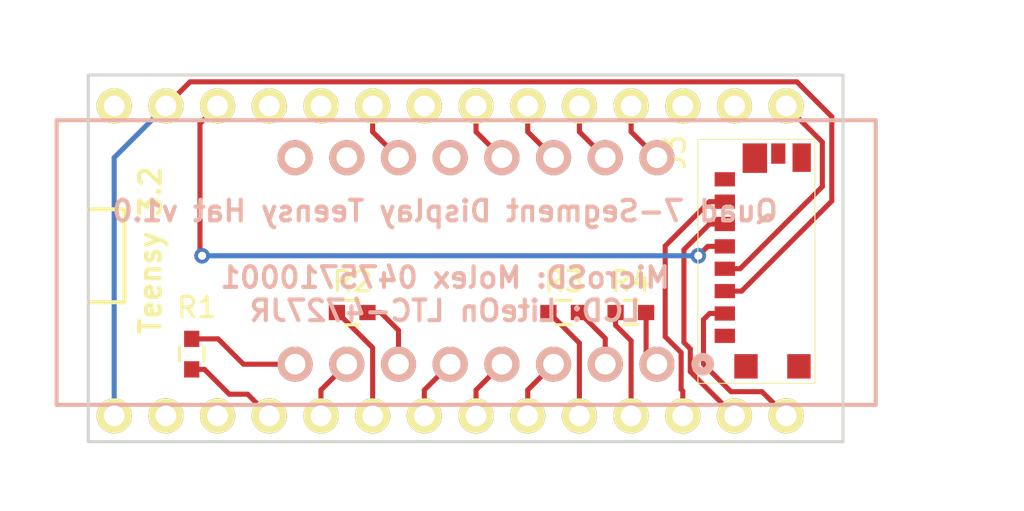
<source format=kicad_pcb>
(kicad_pcb (version 20171130) (host pcbnew "(5.1.12)-1")

  (general
    (thickness 1.6)
    (drawings 11)
    (tracks 89)
    (zones 0)
    (modules 7)
    (nets 24)
  )

  (page A4)
  (layers
    (0 F.Cu signal)
    (31 B.Cu signal)
    (32 B.Adhes user)
    (33 F.Adhes user hide)
    (34 B.Paste user)
    (35 F.Paste user)
    (36 B.SilkS user)
    (37 F.SilkS user)
    (38 B.Mask user)
    (39 F.Mask user)
    (40 Dwgs.User user hide)
    (41 Cmts.User user hide)
    (42 Eco1.User user hide)
    (43 Eco2.User user hide)
    (44 Edge.Cuts user)
    (45 Margin user hide)
    (46 B.CrtYd user)
    (47 F.CrtYd user)
    (48 B.Fab user)
    (49 F.Fab user)
  )

  (setup
    (last_trace_width 0.25)
    (user_trace_width 0.1524)
    (user_trace_width 0.254)
    (user_trace_width 0.3302)
    (user_trace_width 0.508)
    (user_trace_width 0.762)
    (user_trace_width 1.27)
    (trace_clearance 0.2)
    (zone_clearance 0.508)
    (zone_45_only no)
    (trace_min 0.1524)
    (via_size 0.762)
    (via_drill 0.4)
    (via_min_size 0.6858)
    (via_min_drill 0.3302)
    (user_via 0.6858 0.3302)
    (user_via 0.762 0.4064)
    (user_via 0.8636 0.508)
    (uvia_size 0.3)
    (uvia_drill 0.1)
    (uvias_allowed no)
    (uvia_min_size 0)
    (uvia_min_drill 0)
    (edge_width 0.15)
    (segment_width 0.2)
    (pcb_text_width 0.3)
    (pcb_text_size 1.5 1.5)
    (mod_edge_width 0.15)
    (mod_text_size 1 1)
    (mod_text_width 0.15)
    (pad_size 1.7272 1.7272)
    (pad_drill 1.016)
    (pad_to_mask_clearance 0.0762)
    (aux_axis_origin 0 0)
    (visible_elements 7FFFFFFF)
    (pcbplotparams
      (layerselection 0x310fc_80000001)
      (usegerberextensions true)
      (usegerberattributes true)
      (usegerberadvancedattributes true)
      (creategerberjobfile true)
      (excludeedgelayer true)
      (linewidth 0.100000)
      (plotframeref false)
      (viasonmask false)
      (mode 1)
      (useauxorigin false)
      (hpglpennumber 1)
      (hpglpenspeed 20)
      (hpglpendiameter 15.000000)
      (psnegative false)
      (psa4output false)
      (plotreference true)
      (plotvalue true)
      (plotinvisibletext false)
      (padsonsilk false)
      (subtractmaskfromsilk false)
      (outputformat 1)
      (mirror false)
      (drillshape 0)
      (scaleselection 1)
      (outputdirectory "gerbers"))
  )

  (net 0 "")
  (net 1 GND)
  (net 2 /SD_CS)
  (net 3 /MOSI)
  (net 4 /MISO)
  (net 5 +3V3)
  (net 6 /SCLK)
  (net 7 "Net-(LED1-Pad1)")
  (net 8 "Net-(LED1-Pad2)")
  (net 9 "Net-(LED1-Pad6)")
  (net 10 "Net-(LED1-Pad8)")
  (net 11 /DIGIT4)
  (net 12 /DP)
  (net 13 /DIGIT3)
  (net 14 /E)
  (net 15 /L)
  (net 16 /D)
  (net 17 /DIGIT2)
  (net 18 /DIGIT1)
  (net 19 /B)
  (net 20 /A)
  (net 21 /G)
  (net 22 /F)
  (net 23 /C)

  (net_class Default "This is the default net class."
    (clearance 0.2)
    (trace_width 0.25)
    (via_dia 0.762)
    (via_drill 0.4)
    (uvia_dia 0.3)
    (uvia_drill 0.1)
    (add_net +3V3)
    (add_net /A)
    (add_net /B)
    (add_net /C)
    (add_net /D)
    (add_net /DIGIT1)
    (add_net /DIGIT2)
    (add_net /DIGIT3)
    (add_net /DIGIT4)
    (add_net /DP)
    (add_net /E)
    (add_net /F)
    (add_net /G)
    (add_net /L)
    (add_net /MISO)
    (add_net /MOSI)
    (add_net /SCLK)
    (add_net /SD_CS)
    (add_net GND)
    (add_net "Net-(LED1-Pad1)")
    (add_net "Net-(LED1-Pad2)")
    (add_net "Net-(LED1-Pad6)")
    (add_net "Net-(LED1-Pad8)")
  )

  (module Wickerlib:TEENSY-3.2-SIMPLE (layer F.Cu) (tedit 57B4E190) (tstamp 57B4E7E3)
    (at 129.286 80.772 90)
    (path /57B6381A)
    (fp_text reference J1 (at -2 0 90) (layer F.Fab)
      (effects (font (size 1 1) (thickness 0.15)))
    )
    (fp_text value TEENSY3.2-72MHz-SIMPLE (at -2.54 20.32 90) (layer F.Fab) hide
      (effects (font (size 1 1) (thickness 0.15)))
    )
    (fp_line (start 6.35 24.13) (end 6.35 -11.43) (layer F.CrtYd) (width 0.1524))
    (fp_line (start 6.35 -11.43) (end -11.43 -11.43) (layer F.CrtYd) (width 0.1524))
    (fp_line (start -11.43 -11.43) (end -11.43 24.13) (layer F.CrtYd) (width 0.1524))
    (fp_line (start -11.43 24.13) (end 6.35 24.13) (layer F.CrtYd) (width 0.1524))
    (fp_line (start 6.5 24) (end 6.5 -11.5) (layer F.Fab) (width 0.05))
    (fp_line (start 6.5 -11.5) (end -11.5 -11.5) (layer F.Fab) (width 0.05))
    (fp_line (start -11.5 -11.5) (end -11.5 24) (layer F.Fab) (width 0.05))
    (fp_line (start -11.5 24) (end 6.5 24) (layer F.Fab) (width 0.05))
    (fp_line (start -4.5 -11.5) (end -4.5 -9.5) (layer F.Fab) (width 0.05))
    (fp_line (start -4.5 -9.5) (end 0 -9.5) (layer F.Fab) (width 0.05))
    (fp_line (start 0 -9.5) (end 0 -11.5) (layer F.Fab) (width 0.05))
    (fp_text user %R (at 2.794 17.272 90) (layer F.SilkS) hide
      (effects (font (size 1 1) (thickness 0.15)))
    )
    (pad G1 thru_hole circle (at -10.16 -10.16 90) (size 1.7272 1.7272) (drill 1.016) (layers *.Cu *.Mask F.SilkS)
      (net 1 GND))
    (pad 0 thru_hole circle (at -10.16 -7.62 90) (size 1.7272 1.7272) (drill 1.016) (layers *.Cu *.Mask F.SilkS))
    (pad 1 thru_hole circle (at -10.16 -5.08 90) (size 1.7272 1.7272) (drill 1.016) (layers *.Cu *.Mask F.SilkS))
    (pad 2 thru_hole circle (at -10.16 -2.54 90) (size 1.7272 1.7272) (drill 1.016) (layers *.Cu *.Mask F.SilkS)
      (net 11 /DIGIT4))
    (pad 3 thru_hole circle (at -10.16 0 90) (size 1.7272 1.7272) (drill 1.016) (layers *.Cu *.Mask F.SilkS)
      (net 12 /DP))
    (pad 4 thru_hole circle (at -10.16 2.54 90) (size 1.7272 1.7272) (drill 1.016) (layers *.Cu *.Mask F.SilkS)
      (net 13 /DIGIT3))
    (pad 5 thru_hole circle (at -10.16 5.08 90) (size 1.7272 1.7272) (drill 1.016) (layers *.Cu *.Mask F.SilkS)
      (net 14 /E))
    (pad 6 thru_hole circle (at -10.16 7.62 90) (size 1.7272 1.7272) (drill 1.016) (layers *.Cu *.Mask F.SilkS)
      (net 15 /L))
    (pad 7 thru_hole circle (at -10.16 10.16 90) (size 1.7272 1.7272) (drill 1.016) (layers *.Cu *.Mask F.SilkS)
      (net 16 /D))
    (pad 8 thru_hole circle (at -10.16 12.7 90) (size 1.7272 1.7272) (drill 1.016) (layers *.Cu *.Mask F.SilkS)
      (net 17 /DIGIT2))
    (pad 9 thru_hole circle (at -10.16 15.24 90) (size 1.7272 1.7272) (drill 1.016) (layers *.Cu *.Mask F.SilkS)
      (net 18 /DIGIT1))
    (pad 10 thru_hole circle (at -10.16 17.78 90) (size 1.7272 1.7272) (drill 1.016) (layers *.Cu *.Mask F.SilkS)
      (net 2 /SD_CS))
    (pad 11 thru_hole circle (at -10.16 20.32 90) (size 1.7272 1.7272) (drill 1.016) (layers *.Cu *.Mask F.SilkS)
      (net 3 /MOSI))
    (pad 12 thru_hole circle (at -10.16 22.86 90) (size 1.7272 1.7272) (drill 1.016) (layers *.Cu *.Mask F.SilkS)
      (net 4 /MISO))
    (pad 13 thru_hole circle (at 5.08 22.86 90) (size 1.7272 1.7272) (drill 1.016) (layers *.Cu *.Mask F.SilkS)
      (net 6 /SCLK))
    (pad 16 thru_hole circle (at 5.08 15.24 90) (size 1.7272 1.7272) (drill 1.016) (layers *.Cu *.Mask F.SilkS)
      (net 19 /B))
    (pad 3V2 thru_hole circle (at 5.08 -5.08 90) (size 1.7272 1.7272) (drill 1.016) (layers *.Cu *.Mask F.SilkS)
      (net 5 +3V3))
    (pad 18 thru_hole circle (at 5.08 10.16 90) (size 1.7272 1.7272) (drill 1.016) (layers *.Cu *.Mask F.SilkS)
      (net 20 /A))
    (pad 17 thru_hole circle (at 5.08 12.7 90) (size 1.7272 1.7272) (drill 1.016) (layers *.Cu *.Mask F.SilkS)
      (net 21 /G))
    (pad AG thru_hole circle (at 5.08 -7.62 90) (size 1.7272 1.7272) (drill 1.016) (layers *.Cu *.Mask F.SilkS)
      (net 1 GND))
    (pad 22 thru_hole circle (at 5.08 0 90) (size 1.7272 1.7272) (drill 1.016) (layers *.Cu *.Mask F.SilkS))
    (pad VIN thru_hole circle (at 5.08 -10.16 90) (size 1.7272 1.7272) (drill 1.016) (layers *.Cu *.Mask F.SilkS))
    (pad 21 thru_hole circle (at 5.08 2.54 90) (size 1.7272 1.7272) (drill 1.016) (layers *.Cu *.Mask F.SilkS)
      (net 22 /F))
    (pad 20 thru_hole circle (at 5.08 5.08 90) (size 1.7272 1.7272) (drill 1.016) (layers *.Cu *.Mask F.SilkS))
    (pad 19 thru_hole circle (at 5.08 7.62 90) (size 1.7272 1.7272) (drill 1.016) (layers *.Cu *.Mask F.SilkS)
      (net 23 /C))
    (pad 23 thru_hole circle (at 5.08 -2.54 90) (size 1.7272 1.7272) (drill 1.016) (layers *.Cu *.Mask F.SilkS))
    (pad 14 thru_hole circle (at 5.08 20.32 90) (size 1.7272 1.7272) (drill 1.016) (layers *.Cu *.Mask F.SilkS))
    (pad 15 thru_hole circle (at 5.08 17.78 90) (size 1.7272 1.7272) (drill 1.016) (layers *.Cu *.Mask F.SilkS))
  )

  (module Wickerlib:CONN-SD-MICRO-MOLEX-0475710001 (layer F.Cu) (tedit 57958DF9) (tstamp 57B4E178)
    (at 147.808 83.0834 90)
    (path /57AFAD27)
    (fp_text reference J3 (at 0 3.25 90) (layer F.Fab)
      (effects (font (size 1 1) (thickness 0.15)))
    )
    (fp_text value MICRO-SD (at 4 6.25 90) (layer F.Fab) hide
      (effects (font (size 0.4 0.4) (thickness 0.03)))
    )
    (fp_line (start -6.096 0.0254) (end 5.588 0.0254) (layer F.Fab) (width 0.05))
    (fp_line (start 5.588 0.0254) (end 5.588 5.588) (layer F.Fab) (width 0.05))
    (fp_line (start -6.096 0.0254) (end -6.096 5.588) (layer F.Fab) (width 0.05))
    (fp_line (start -6.096 5.588) (end 5.588 5.588) (layer F.Fab) (width 0.05))
    (fp_line (start -6.5 -0.25) (end 6 -0.25) (layer F.CrtYd) (width 0.05))
    (fp_line (start 6 -0.25) (end 6 16) (layer F.CrtYd) (width 0.05))
    (fp_line (start -6.5 -0.25) (end -6.5 16) (layer F.CrtYd) (width 0.05))
    (fp_line (start -6.5 16) (end 6 16) (layer F.CrtYd) (width 0.05))
    (fp_line (start 5.75 0) (end 5.75 5.75) (layer F.SilkS) (width 0.05))
    (fp_line (start 5.75 5.75) (end -6.25 5.75) (layer F.SilkS) (width 0.05))
    (fp_line (start -6.25 5.75) (end -6.25 0) (layer F.SilkS) (width 0.05))
    (fp_line (start -6.25 0) (end 5.75 0) (layer F.SilkS) (width 0.05))
    (fp_text user %R (at 5.1054 -1.1243 90) (layer F.SilkS)
      (effects (font (size 1 1) (thickness 0.15)))
    )
    (pad G5 smd rect (at 4.8514 5.1 90) (size 1.4 0.9) (layers F.Cu F.Paste F.Mask))
    (pad G2 smd rect (at -5.4135 4.9635 90) (size 1.2 1.15) (layers F.Cu F.Paste F.Mask))
    (pad G3 smd rect (at 4.8264 2.8 90) (size 1.45 1.2) (layers F.Cu F.Paste F.Mask))
    (pad G1 smd rect (at -5.4135 2.3635 90) (size 1.2 1.15) (layers F.Cu F.Paste F.Mask))
    (pad 7 smd rect (at -2.8135 1.3235 90) (size 0.7 1) (layers F.Cu F.Paste F.Mask)
      (net 4 /MISO))
    (pad 8 smd rect (at -3.9135 1.3235 90) (size 0.7 1) (layers F.Cu F.Paste F.Mask))
    (pad 6 smd rect (at -1.7135 1.3235 90) (size 0.7 1) (layers F.Cu F.Paste F.Mask)
      (net 1 GND))
    (pad 5 smd rect (at -0.6135 1.3235 90) (size 0.7 1) (layers F.Cu F.Paste F.Mask)
      (net 6 /SCLK))
    (pad 4 smd rect (at 0.4865 1.3235 90) (size 0.7 1) (layers F.Cu F.Paste F.Mask)
      (net 5 +3V3))
    (pad 1 smd rect (at 3.7865 1.3235 90) (size 0.7 1) (layers F.Cu F.Paste F.Mask))
    (pad 2 smd rect (at 2.6865 1.3235 90) (size 0.7 1) (layers F.Cu F.Paste F.Mask)
      (net 2 /SD_CS))
    (pad 3 smd rect (at 1.5865 1.3235 90) (size 0.7 1) (layers F.Cu F.Paste F.Mask)
      (net 3 /MOSI))
    (pad G4 smd rect (at 5.0514 3.95 90) (size 1 0.7) (layers F.Cu F.Paste F.Mask))
  )

  (module Wickerlib:RLC-0603-SMD (layer F.Cu) (tedit 579029AB) (tstamp 57B4EA43)
    (at 122.936 87.896 90)
    (descr "Capacitor SMD RLC-0603-SMD, reflow soldering, AVX (see smccp.pdf)")
    (tags "capacitor RLC-0603-SMD")
    (path /57B69AAC)
    (attr smd)
    (fp_text reference R1 (at 0.09 0.04 90) (layer F.Fab)
      (effects (font (size 0.8 0.8) (thickness 0.15)))
    )
    (fp_text value 470 (at 0 1.9 90) (layer F.Fab) hide
      (effects (font (size 1 1) (thickness 0.15)))
    )
    (fp_line (start -1.45 0.75) (end 1.45 0.75) (layer F.Fab) (width 0.05))
    (fp_line (start 1.45 -0.75) (end 1.45 0.75) (layer F.Fab) (width 0.05))
    (fp_line (start -1.45 -0.75) (end -1.45 0.75) (layer F.Fab) (width 0.05))
    (fp_line (start -1.45 -0.75) (end 1.45 -0.75) (layer F.CrtYd) (width 0.05))
    (fp_line (start 0.35 0.6) (end -0.35 0.6) (layer F.SilkS) (width 0.15))
    (fp_line (start -0.35 -0.6) (end 0.35 -0.6) (layer F.SilkS) (width 0.15))
    (fp_line (start 1.45 -0.75) (end 1.45 0.75) (layer F.CrtYd) (width 0.05))
    (fp_line (start -1.45 -0.75) (end -1.45 0.75) (layer F.CrtYd) (width 0.05))
    (fp_line (start -1.45 0.75) (end 1.45 0.75) (layer F.CrtYd) (width 0.05))
    (fp_line (start -1.45 -0.75) (end 1.45 -0.75) (layer F.Fab) (width 0.05))
    (fp_text user %R (at 2.298 0.254 180) (layer F.SilkS)
      (effects (font (size 1 1) (thickness 0.15)))
    )
    (pad 1 smd rect (at -0.75 0 90) (size 0.8 0.75) (layers F.Cu F.Paste F.Mask)
      (net 11 /DIGIT4))
    (pad 2 smd rect (at 0.75 0 90) (size 0.8 0.75) (layers F.Cu F.Paste F.Mask)
      (net 10 "Net-(LED1-Pad8)"))
  )

  (module Wickerlib:RLC-0603-SMD (layer F.Cu) (tedit 579029AB) (tstamp 57B4EA49)
    (at 130.822 85.852)
    (descr "Capacitor SMD RLC-0603-SMD, reflow soldering, AVX (see smccp.pdf)")
    (tags "capacitor RLC-0603-SMD")
    (path /57B69A42)
    (attr smd)
    (fp_text reference R2 (at 0.09 0.04) (layer F.Fab)
      (effects (font (size 0.8 0.8) (thickness 0.15)))
    )
    (fp_text value 470 (at 0 1.9) (layer F.Fab) hide
      (effects (font (size 1 1) (thickness 0.15)))
    )
    (fp_line (start -1.45 0.75) (end 1.45 0.75) (layer F.Fab) (width 0.05))
    (fp_line (start 1.45 -0.75) (end 1.45 0.75) (layer F.Fab) (width 0.05))
    (fp_line (start -1.45 -0.75) (end -1.45 0.75) (layer F.Fab) (width 0.05))
    (fp_line (start -1.45 -0.75) (end 1.45 -0.75) (layer F.CrtYd) (width 0.05))
    (fp_line (start 0.35 0.6) (end -0.35 0.6) (layer F.SilkS) (width 0.15))
    (fp_line (start -0.35 -0.6) (end 0.35 -0.6) (layer F.SilkS) (width 0.15))
    (fp_line (start 1.45 -0.75) (end 1.45 0.75) (layer F.CrtYd) (width 0.05))
    (fp_line (start -1.45 -0.75) (end -1.45 0.75) (layer F.CrtYd) (width 0.05))
    (fp_line (start -1.45 0.75) (end 1.45 0.75) (layer F.CrtYd) (width 0.05))
    (fp_line (start -1.45 -0.75) (end 1.45 -0.75) (layer F.Fab) (width 0.05))
    (fp_text user %R (at 0.012 -1.524) (layer F.SilkS)
      (effects (font (size 1 1) (thickness 0.15)))
    )
    (pad 1 smd rect (at -0.75 0) (size 0.8 0.75) (layers F.Cu F.Paste F.Mask)
      (net 13 /DIGIT3))
    (pad 2 smd rect (at 0.75 0) (size 0.8 0.75) (layers F.Cu F.Paste F.Mask)
      (net 9 "Net-(LED1-Pad6)"))
  )

  (module Wickerlib:RLC-0603-SMD (layer F.Cu) (tedit 579029AB) (tstamp 57B4EA4F)
    (at 141.212 85.852)
    (descr "Capacitor SMD RLC-0603-SMD, reflow soldering, AVX (see smccp.pdf)")
    (tags "capacitor RLC-0603-SMD")
    (path /57B69A03)
    (attr smd)
    (fp_text reference R3 (at 0.09 0.04) (layer F.Fab)
      (effects (font (size 0.8 0.8) (thickness 0.15)))
    )
    (fp_text value 470 (at 0 1.9) (layer F.Fab) hide
      (effects (font (size 1 1) (thickness 0.15)))
    )
    (fp_line (start -1.45 0.75) (end 1.45 0.75) (layer F.Fab) (width 0.05))
    (fp_line (start 1.45 -0.75) (end 1.45 0.75) (layer F.Fab) (width 0.05))
    (fp_line (start -1.45 -0.75) (end -1.45 0.75) (layer F.Fab) (width 0.05))
    (fp_line (start -1.45 -0.75) (end 1.45 -0.75) (layer F.CrtYd) (width 0.05))
    (fp_line (start 0.35 0.6) (end -0.35 0.6) (layer F.SilkS) (width 0.15))
    (fp_line (start -0.35 -0.6) (end 0.35 -0.6) (layer F.SilkS) (width 0.15))
    (fp_line (start 1.45 -0.75) (end 1.45 0.75) (layer F.CrtYd) (width 0.05))
    (fp_line (start -1.45 -0.75) (end -1.45 0.75) (layer F.CrtYd) (width 0.05))
    (fp_line (start -1.45 0.75) (end 1.45 0.75) (layer F.CrtYd) (width 0.05))
    (fp_line (start -1.45 -0.75) (end 1.45 -0.75) (layer F.Fab) (width 0.05))
    (fp_text user %R (at 0.012 -1.524) (layer F.SilkS)
      (effects (font (size 1 1) (thickness 0.15)))
    )
    (pad 1 smd rect (at -0.75 0) (size 0.8 0.75) (layers F.Cu F.Paste F.Mask)
      (net 17 /DIGIT2))
    (pad 2 smd rect (at 0.75 0) (size 0.8 0.75) (layers F.Cu F.Paste F.Mask)
      (net 8 "Net-(LED1-Pad2)"))
  )

  (module Wickerlib:RLC-0603-SMD (layer F.Cu) (tedit 579029AB) (tstamp 57B4EA55)
    (at 144.514 85.852)
    (descr "Capacitor SMD RLC-0603-SMD, reflow soldering, AVX (see smccp.pdf)")
    (tags "capacitor RLC-0603-SMD")
    (path /57B6993C)
    (attr smd)
    (fp_text reference R4 (at 0.09 0.04) (layer F.Fab)
      (effects (font (size 0.8 0.8) (thickness 0.15)))
    )
    (fp_text value 470 (at 0 1.9) (layer F.Fab) hide
      (effects (font (size 1 1) (thickness 0.15)))
    )
    (fp_line (start -1.45 0.75) (end 1.45 0.75) (layer F.Fab) (width 0.05))
    (fp_line (start 1.45 -0.75) (end 1.45 0.75) (layer F.Fab) (width 0.05))
    (fp_line (start -1.45 -0.75) (end -1.45 0.75) (layer F.Fab) (width 0.05))
    (fp_line (start -1.45 -0.75) (end 1.45 -0.75) (layer F.CrtYd) (width 0.05))
    (fp_line (start 0.35 0.6) (end -0.35 0.6) (layer F.SilkS) (width 0.15))
    (fp_line (start -0.35 -0.6) (end 0.35 -0.6) (layer F.SilkS) (width 0.15))
    (fp_line (start 1.45 -0.75) (end 1.45 0.75) (layer F.CrtYd) (width 0.05))
    (fp_line (start -1.45 -0.75) (end -1.45 0.75) (layer F.CrtYd) (width 0.05))
    (fp_line (start -1.45 0.75) (end 1.45 0.75) (layer F.CrtYd) (width 0.05))
    (fp_line (start -1.45 -0.75) (end 1.45 -0.75) (layer F.Fab) (width 0.05))
    (fp_text user %R (at -0.012 -1.524) (layer F.SilkS)
      (effects (font (size 1 1) (thickness 0.15)))
    )
    (pad 1 smd rect (at -0.75 0) (size 0.8 0.75) (layers F.Cu F.Paste F.Mask)
      (net 18 /DIGIT1))
    (pad 2 smd rect (at 0.75 0) (size 0.8 0.75) (layers F.Cu F.Paste F.Mask)
      (net 7 "Net-(LED1-Pad1)"))
  )

  (module Wickerlib:DIP-16-W10.16MM-CIRCLEPADS (layer B.Cu) (tedit 57B4E8C6) (tstamp 57B4E412)
    (at 137.046 84.142 90)
    (descr "16-lead dip package, row spacing 7.62 mm (300 mils), longer pads")
    (tags "dil dip 2.54 300")
    (path /57B5EA47)
    (fp_text reference LED1 (at -0.186 0.622 90) (layer B.Fab)
      (effects (font (size 1 1) (thickness 0.15)) (justify mirror))
    )
    (fp_text value LED-4x7-SEGMENT-LTC-4727JR (at -0.186 -0.394) (layer B.Fab) hide
      (effects (font (size 1 1) (thickness 0.15)) (justify mirror))
    )
    (fp_circle (center -4.25 11) (end -3.996 10.746) (layer B.SilkS) (width 0.4))
    (fp_circle (center -4.25 8.75) (end -3.996 8.496) (layer B.Fab) (width 0.4))
    (fp_line (start 7.75 19.5) (end 7.75 -20.75) (layer B.SilkS) (width 0.2))
    (fp_line (start -6.25 19.5) (end 7.75 19.5) (layer B.Fab) (width 0.05))
    (fp_line (start 7.75 19.5) (end 7.75 -20.7) (layer B.CrtYd) (width 0.05))
    (fp_line (start -6.25 -20.75) (end 7.75 -20.75) (layer B.CrtYd) (width 0.05))
    (fp_line (start -6.25 19.5) (end -6.25 -20.75) (layer B.Fab) (width 0.05))
    (fp_line (start -6.25 -20.75) (end 7.75 -20.75) (layer B.Fab) (width 0.05))
    (fp_line (start -6.25 19.5) (end 7.75 19.5) (layer B.CrtYd) (width 0.05))
    (fp_line (start 7.75 19.5) (end 7.75 -20.75) (layer B.Fab) (width 0.05))
    (fp_line (start -6.25 19.5) (end -6.25 -20.75) (layer B.CrtYd) (width 0.05))
    (fp_line (start -6.25 19.5) (end -6.25 -20.75) (layer B.SilkS) (width 0.2))
    (fp_line (start 7.75 -20.75) (end -6.25 -20.75) (layer B.SilkS) (width 0.2))
    (fp_line (start -6.25 19.5) (end 7.75 19.5) (layer B.SilkS) (width 0.2))
    (fp_line (start 7.75 19.5) (end -6.25 19.5) (layer B.Fab) (width 0.2))
    (fp_line (start -6.25 19.5) (end -6.25 -20.75) (layer B.Fab) (width 0.2))
    (fp_line (start -6.25 -20.75) (end 7.75 -20.75) (layer B.Fab) (width 0.2))
    (fp_line (start 7.75 -20.75) (end 7.75 19.5) (layer B.Fab) (width 0.2))
    (fp_text user %R (at -4.758 20.302 90) (layer B.SilkS) hide
      (effects (font (size 1 1) (thickness 0.15)) (justify mirror))
    )
    (pad 1 thru_hole circle (at -4.25 8.75 90) (size 1.7272 1.7272) (drill 1.016) (layers *.Cu *.Mask B.SilkS)
      (net 7 "Net-(LED1-Pad1)"))
    (pad 2 thru_hole circle (at -4.25 6.21 90) (size 1.7272 1.7272) (drill 1.016) (layers *.Cu *.Mask B.SilkS)
      (net 8 "Net-(LED1-Pad2)"))
    (pad 3 thru_hole circle (at -4.25 3.67 90) (size 1.7272 1.7272) (drill 1.016) (layers *.Cu *.Mask B.SilkS)
      (net 16 /D))
    (pad 4 thru_hole circle (at -4.25 1.13 90) (size 1.7272 1.7272) (drill 1.016) (layers *.Cu *.Mask B.SilkS)
      (net 15 /L))
    (pad 5 thru_hole circle (at -4.25 -1.41 90) (size 1.7272 1.7272) (drill 1.016) (layers *.Cu *.Mask B.SilkS)
      (net 14 /E))
    (pad 6 thru_hole circle (at -4.25 -3.95 90) (size 1.7272 1.7272) (drill 1.016) (layers *.Cu *.Mask B.SilkS)
      (net 9 "Net-(LED1-Pad6)"))
    (pad 7 thru_hole circle (at -4.25 -6.49 90) (size 1.7272 1.7272) (drill 1.016) (layers *.Cu *.Mask B.SilkS)
      (net 12 /DP))
    (pad 8 thru_hole circle (at -4.25 -9.03 90) (size 1.7272 1.7272) (drill 1.016) (layers *.Cu *.Mask B.SilkS)
      (net 10 "Net-(LED1-Pad8)"))
    (pad 9 thru_hole circle (at 5.91 -9.03 90) (size 1.7272 1.7272) (drill 1.016) (layers *.Cu *.Mask B.SilkS))
    (pad 10 thru_hole circle (at 5.91 -6.49 90) (size 1.7272 1.7272) (drill 1.016) (layers *.Cu *.Mask B.SilkS))
    (pad 11 thru_hole circle (at 5.91 -3.95 90) (size 1.7272 1.7272) (drill 1.016) (layers *.Cu *.Mask B.SilkS)
      (net 22 /F))
    (pad 12 thru_hole circle (at 5.91 -1.41 90) (size 1.7272 1.7272) (drill 1.016) (layers *.Cu *.Mask B.SilkS))
    (pad 13 thru_hole circle (at 5.91 1.13 90) (size 1.7272 1.7272) (drill 1.016) (layers *.Cu *.Mask B.SilkS)
      (net 23 /C))
    (pad 14 thru_hole circle (at 5.91 3.67 90) (size 1.7272 1.7272) (drill 1.016) (layers *.Cu *.Mask B.SilkS)
      (net 20 /A))
    (pad 15 thru_hole circle (at 5.91 6.21 90) (size 1.7272 1.7272) (drill 1.016) (layers *.Cu *.Mask B.SilkS)
      (net 21 /G))
    (pad 16 thru_hole circle (at 5.91 8.75 90) (size 1.7272 1.7272) (drill 1.016) (layers *.Cu *.Mask B.SilkS)
      (net 19 /B))
  )

  (gr_text 8/23/2016 (at 124.46 94.234) (layer F.Fab)
    (effects (font (size 1.5 1.5) (thickness 0.3)))
  )
  (gr_text "Quad 7-Segment Display Teensy Hat v1.1" (at 137.922 71.882) (layer F.Fab)
    (effects (font (size 1.5 1.5) (thickness 0.3)))
  )
  (gr_text "Teensy 3.2" (at 120.904 82.804 90) (layer F.SilkS)
    (effects (font (size 1.016 1.016) (thickness 0.2032)))
  )
  (gr_text "Quad 7-Segment Display Teensy Hat v1.0\n\nMicroSD: Molex 0475710001\nLCD: LiteOn LTC-4727JR" (at 135.382 83.312) (layer B.SilkS)
    (effects (font (size 1.016 1.016) (thickness 0.2032)) (justify mirror))
  )
  (gr_line (start 119.634 85.344) (end 117.856 85.344) (layer F.SilkS) (width 0.2))
  (gr_line (start 119.634 80.772) (end 119.634 85.344) (layer F.SilkS) (width 0.2))
  (gr_line (start 117.856 80.772) (end 119.634 80.772) (layer F.SilkS) (width 0.2))
  (gr_line (start 117.856 92.202) (end 117.856 74.168) (layer Edge.Cuts) (width 0.15))
  (gr_line (start 154.94 92.202) (end 117.856 92.202) (layer Edge.Cuts) (width 0.15))
  (gr_line (start 154.94 74.168) (end 154.94 92.202) (layer Edge.Cuts) (width 0.15))
  (gr_line (start 154.94 74.168) (end 117.856 74.168) (layer Edge.Cuts) (width 0.15))

  (segment (start 121.666 75.692) (end 119.126 78.232) (width 0.25) (layer B.Cu) (net 1))
  (segment (start 119.126 78.232) (end 119.126 90.932) (width 0.25) (layer B.Cu) (net 1))
  (segment (start 149.1315 84.7969) (end 149.9566 84.7969) (width 0.25) (layer F.Cu) (net 1))
  (segment (start 149.9566 84.7969) (end 154.3865 80.367) (width 0.25) (layer F.Cu) (net 1))
  (segment (start 154.3865 80.367) (end 154.3865 76.2178) (width 0.25) (layer F.Cu) (net 1))
  (segment (start 154.3865 76.2178) (end 152.6719 74.5032) (width 0.25) (layer F.Cu) (net 1))
  (segment (start 152.6719 74.5032) (end 122.8548 74.5032) (width 0.25) (layer F.Cu) (net 1))
  (segment (start 122.8548 74.5032) (end 121.666 75.692) (width 0.25) (layer F.Cu) (net 1))
  (segment (start 149.1315 80.3969) (end 148.382 80.3969) (width 0.25) (layer F.Cu) (net 2))
  (segment (start 148.382 80.3969) (end 146.202 82.576) (width 0.25) (layer F.Cu) (net 2))
  (segment (start 146.202 82.576) (end 146.202 87.0393) (width 0.25) (layer F.Cu) (net 2))
  (segment (start 146.202 87.0393) (end 146.985 87.8215) (width 0.25) (layer F.Cu) (net 2))
  (segment (start 146.985 87.8215) (end 146.985 89.6293) (width 0.25) (layer F.Cu) (net 2))
  (segment (start 146.985 89.6293) (end 147.066 89.7107) (width 0.25) (layer F.Cu) (net 2))
  (segment (start 147.066 89.7107) (end 147.066 90.932) (width 0.25) (layer F.Cu) (net 2))
  (segment (start 149.132 80.3969) (end 149.1315 80.3969) (width 0.25) (layer F.Cu) (net 2))
  (segment (start 149.1315 81.4969) (end 148.382 81.4969) (width 0.25) (layer F.Cu) (net 3))
  (segment (start 148.382 81.4969) (end 147.122 82.7564) (width 0.25) (layer F.Cu) (net 3))
  (segment (start 147.122 82.7564) (end 147.122 87.3225) (width 0.25) (layer F.Cu) (net 3))
  (segment (start 147.122 87.3225) (end 147.435 87.6351) (width 0.25) (layer F.Cu) (net 3))
  (segment (start 147.435 87.6351) (end 147.435 88.7606) (width 0.25) (layer F.Cu) (net 3))
  (segment (start 147.435 88.7606) (end 148.742 90.0684) (width 0.25) (layer F.Cu) (net 3))
  (segment (start 148.742 90.0684) (end 149.606 90.932) (width 0.25) (layer F.Cu) (net 3))
  (segment (start 149.132 81.4969) (end 149.1315 81.4969) (width 0.25) (layer F.Cu) (net 3))
  (segment (start 149.1315 85.8969) (end 149.132 85.8969) (width 0.25) (layer F.Cu) (net 4))
  (segment (start 152.146 90.932) (end 150.957 89.7434) (width 0.25) (layer F.Cu) (net 4))
  (segment (start 150.957 89.7434) (end 149.433 89.7434) (width 0.25) (layer F.Cu) (net 4))
  (segment (start 149.433 89.7434) (end 148.082 88.392) (width 0.25) (layer F.Cu) (net 4))
  (segment (start 148.082 88.392) (end 148.082 86.1964) (width 0.25) (layer F.Cu) (net 4))
  (segment (start 148.082 86.1964) (end 148.382 85.8969) (width 0.25) (layer F.Cu) (net 4))
  (segment (start 148.382 85.8969) (end 149.1315 85.8969) (width 0.25) (layer F.Cu) (net 4))
  (segment (start 123.444 83.058) (end 123.19 83.058) (width 0.25) (layer B.Cu) (net 5))
  (segment (start 147.828 83.058) (end 123.444 83.058) (width 0.25) (layer B.Cu) (net 5))
  (segment (start 149.1315 82.5969) (end 148.289 82.5969) (width 0.25) (layer F.Cu) (net 5))
  (segment (start 148.289 82.5969) (end 147.828 83.058) (width 0.25) (layer F.Cu) (net 5))
  (segment (start 149.132 82.5969) (end 149.1315 82.5969) (width 0.25) (layer F.Cu) (net 5))
  (segment (start 124.206 75.692) (end 123.342 76.5556) (width 0.25) (layer F.Cu) (net 5))
  (segment (start 123.342 76.5556) (end 123.342 82.9564) (width 0.25) (layer F.Cu) (net 5))
  (segment (start 123.342 82.9564) (end 123.444 83.058) (width 0.25) (layer F.Cu) (net 5))
  (via (at 147.828 83.058) (size 0.762) (layers F.Cu B.Cu) (net 5))
  (via (at 123.444 83.058) (size 0.762) (layers F.Cu B.Cu) (net 5))
  (segment (start 149.132 83.6969) (end 149.1315 83.6969) (width 0.25) (layer F.Cu) (net 6))
  (segment (start 149.132 83.6969) (end 149.882 83.6969) (width 0.25) (layer F.Cu) (net 6))
  (segment (start 149.882 83.6969) (end 153.924 79.6544) (width 0.25) (layer F.Cu) (net 6))
  (segment (start 153.924 79.6544) (end 153.924 77.47) (width 0.25) (layer F.Cu) (net 6))
  (segment (start 153.924 77.47) (end 152.146 75.692) (width 0.25) (layer F.Cu) (net 6))
  (segment (start 145.264 85.852) (end 145.264 87.86) (width 0.25) (layer F.Cu) (net 7))
  (segment (start 145.264 87.86) (end 145.796 88.392) (width 0.25) (layer F.Cu) (net 7))
  (segment (start 143.256 88.392) (end 143.256 87.121) (width 0.25) (layer F.Cu) (net 8))
  (segment (start 143.256 87.121) (end 141.987 85.852) (width 0.25) (layer F.Cu) (net 8))
  (segment (start 141.987 85.852) (end 141.962 85.852) (width 0.25) (layer F.Cu) (net 8))
  (segment (start 131.572 85.852) (end 132.222 85.852) (width 0.25) (layer F.Cu) (net 9))
  (segment (start 132.222 85.852) (end 133.096 86.726) (width 0.25) (layer F.Cu) (net 9))
  (segment (start 133.096 86.726) (end 133.096 88.392) (width 0.25) (layer F.Cu) (net 9))
  (segment (start 128.016 88.392) (end 125.476 88.392) (width 0.25) (layer F.Cu) (net 10))
  (segment (start 125.476 88.392) (end 124.23 87.146) (width 0.25) (layer F.Cu) (net 10))
  (segment (start 124.23 87.146) (end 122.936 87.146) (width 0.25) (layer F.Cu) (net 10))
  (segment (start 126.746 90.932) (end 125.681 89.867) (width 0.25) (layer F.Cu) (net 11))
  (segment (start 125.681 89.867) (end 124.782 89.867) (width 0.25) (layer F.Cu) (net 11))
  (segment (start 124.782 89.867) (end 123.561 88.646) (width 0.25) (layer F.Cu) (net 11))
  (segment (start 123.561 88.646) (end 122.936 88.646) (width 0.25) (layer F.Cu) (net 11))
  (segment (start 129.286 90.932) (end 129.286 89.662) (width 0.25) (layer F.Cu) (net 12))
  (segment (start 129.286 89.662) (end 130.556 88.392) (width 0.25) (layer F.Cu) (net 12))
  (segment (start 130.072 85.852) (end 130.097 85.852) (width 0.25) (layer F.Cu) (net 13))
  (segment (start 130.097 85.852) (end 131.826 87.581) (width 0.25) (layer F.Cu) (net 13))
  (segment (start 131.826 87.581) (end 131.826 90.932) (width 0.25) (layer F.Cu) (net 13))
  (segment (start 135.636 88.392) (end 134.366 89.662) (width 0.25) (layer F.Cu) (net 14))
  (segment (start 134.366 89.662) (end 134.366 90.932) (width 0.25) (layer F.Cu) (net 14))
  (segment (start 138.176 88.392) (end 136.906 89.662) (width 0.25) (layer F.Cu) (net 15))
  (segment (start 136.906 89.662) (end 136.906 90.932) (width 0.25) (layer F.Cu) (net 15))
  (segment (start 140.716 88.392) (end 139.446 89.662) (width 0.25) (layer F.Cu) (net 16))
  (segment (start 139.446 89.662) (end 139.446 90.932) (width 0.25) (layer F.Cu) (net 16))
  (segment (start 141.962 90.908) (end 141.986 90.932) (width 0.25) (layer F.Cu) (net 17))
  (segment (start 140.462 85.852) (end 140.487 85.852) (width 0.25) (layer F.Cu) (net 17))
  (segment (start 140.487 85.852) (end 141.986 87.351) (width 0.25) (layer F.Cu) (net 17))
  (segment (start 141.986 87.351) (end 141.986 90.932) (width 0.25) (layer F.Cu) (net 17))
  (segment (start 143.764 85.852) (end 143.764 86.477) (width 0.25) (layer F.Cu) (net 18))
  (segment (start 143.764 86.477) (end 144.526 87.239) (width 0.25) (layer F.Cu) (net 18))
  (segment (start 144.526 87.239) (end 144.526 90.932) (width 0.25) (layer F.Cu) (net 18))
  (segment (start 145.796 78.232) (end 144.526 76.962) (width 0.25) (layer F.Cu) (net 19))
  (segment (start 144.526 76.962) (end 144.526 75.692) (width 0.25) (layer F.Cu) (net 19))
  (segment (start 140.716 78.232) (end 139.446 76.962) (width 0.25) (layer F.Cu) (net 20))
  (segment (start 139.446 76.962) (end 139.446 75.692) (width 0.25) (layer F.Cu) (net 20))
  (segment (start 143.256 78.232) (end 141.986 76.962) (width 0.25) (layer F.Cu) (net 21))
  (segment (start 141.986 76.962) (end 141.986 75.692) (width 0.25) (layer F.Cu) (net 21))
  (segment (start 133.096 78.232) (end 131.826 76.962) (width 0.25) (layer F.Cu) (net 22))
  (segment (start 131.826 76.962) (end 131.826 75.692) (width 0.25) (layer F.Cu) (net 22))
  (segment (start 138.176 78.232) (end 136.906 76.962) (width 0.25) (layer F.Cu) (net 23))
  (segment (start 136.906 76.962) (end 136.906 75.692) (width 0.25) (layer F.Cu) (net 23))

)

</source>
